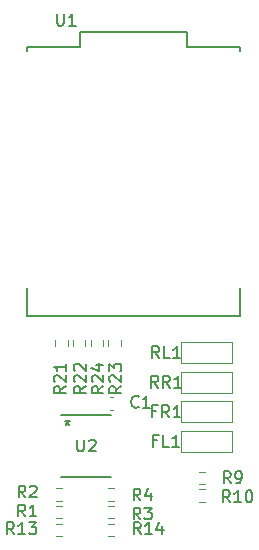
<source format=gbr>
%TF.GenerationSoftware,KiCad,Pcbnew,9.0.2*%
%TF.CreationDate,2025-06-04T19:43:54+07:00*%
%TF.ProjectId,Wheelspeed New,57686565-6c73-4706-9565-64204e65772e,rev?*%
%TF.SameCoordinates,Original*%
%TF.FileFunction,Legend,Top*%
%TF.FilePolarity,Positive*%
%FSLAX46Y46*%
G04 Gerber Fmt 4.6, Leading zero omitted, Abs format (unit mm)*
G04 Created by KiCad (PCBNEW 9.0.2) date 2025-06-04 19:43:54*
%MOMM*%
%LPD*%
G01*
G04 APERTURE LIST*
%ADD10C,0.150000*%
%ADD11C,0.127000*%
%ADD12C,0.152400*%
%ADD13C,0.120000*%
G04 APERTURE END LIST*
D10*
X108523095Y-102802319D02*
X108523095Y-103611842D01*
X108523095Y-103611842D02*
X108570714Y-103707080D01*
X108570714Y-103707080D02*
X108618333Y-103754700D01*
X108618333Y-103754700D02*
X108713571Y-103802319D01*
X108713571Y-103802319D02*
X108904047Y-103802319D01*
X108904047Y-103802319D02*
X108999285Y-103754700D01*
X108999285Y-103754700D02*
X109046904Y-103707080D01*
X109046904Y-103707080D02*
X109094523Y-103611842D01*
X109094523Y-103611842D02*
X109094523Y-102802319D01*
X110094523Y-103802319D02*
X109523095Y-103802319D01*
X109808809Y-103802319D02*
X109808809Y-102802319D01*
X109808809Y-102802319D02*
X109713571Y-102945176D01*
X109713571Y-102945176D02*
X109618333Y-103040414D01*
X109618333Y-103040414D02*
X109523095Y-103088033D01*
X110238095Y-138854819D02*
X110238095Y-139664342D01*
X110238095Y-139664342D02*
X110285714Y-139759580D01*
X110285714Y-139759580D02*
X110333333Y-139807200D01*
X110333333Y-139807200D02*
X110428571Y-139854819D01*
X110428571Y-139854819D02*
X110619047Y-139854819D01*
X110619047Y-139854819D02*
X110714285Y-139807200D01*
X110714285Y-139807200D02*
X110761904Y-139759580D01*
X110761904Y-139759580D02*
X110809523Y-139664342D01*
X110809523Y-139664342D02*
X110809523Y-138854819D01*
X111238095Y-138950057D02*
X111285714Y-138902438D01*
X111285714Y-138902438D02*
X111380952Y-138854819D01*
X111380952Y-138854819D02*
X111619047Y-138854819D01*
X111619047Y-138854819D02*
X111714285Y-138902438D01*
X111714285Y-138902438D02*
X111761904Y-138950057D01*
X111761904Y-138950057D02*
X111809523Y-139045295D01*
X111809523Y-139045295D02*
X111809523Y-139140533D01*
X111809523Y-139140533D02*
X111761904Y-139283390D01*
X111761904Y-139283390D02*
X111190476Y-139854819D01*
X111190476Y-139854819D02*
X111809523Y-139854819D01*
X109400000Y-137154819D02*
X109400000Y-137392914D01*
X109161905Y-137297676D02*
X109400000Y-137392914D01*
X109400000Y-137392914D02*
X109638095Y-137297676D01*
X109257143Y-137583390D02*
X109400000Y-137392914D01*
X109400000Y-137392914D02*
X109542857Y-137583390D01*
X109400000Y-137154819D02*
X109400000Y-137392914D01*
X109161905Y-137297676D02*
X109400000Y-137392914D01*
X109400000Y-137392914D02*
X109638095Y-137297676D01*
X109257143Y-137583390D02*
X109400000Y-137392914D01*
X109400000Y-137392914D02*
X109542857Y-137583390D01*
X109254819Y-134342857D02*
X108778628Y-134676190D01*
X109254819Y-134914285D02*
X108254819Y-134914285D01*
X108254819Y-134914285D02*
X108254819Y-134533333D01*
X108254819Y-134533333D02*
X108302438Y-134438095D01*
X108302438Y-134438095D02*
X108350057Y-134390476D01*
X108350057Y-134390476D02*
X108445295Y-134342857D01*
X108445295Y-134342857D02*
X108588152Y-134342857D01*
X108588152Y-134342857D02*
X108683390Y-134390476D01*
X108683390Y-134390476D02*
X108731009Y-134438095D01*
X108731009Y-134438095D02*
X108778628Y-134533333D01*
X108778628Y-134533333D02*
X108778628Y-134914285D01*
X108350057Y-133961904D02*
X108302438Y-133914285D01*
X108302438Y-133914285D02*
X108254819Y-133819047D01*
X108254819Y-133819047D02*
X108254819Y-133580952D01*
X108254819Y-133580952D02*
X108302438Y-133485714D01*
X108302438Y-133485714D02*
X108350057Y-133438095D01*
X108350057Y-133438095D02*
X108445295Y-133390476D01*
X108445295Y-133390476D02*
X108540533Y-133390476D01*
X108540533Y-133390476D02*
X108683390Y-133438095D01*
X108683390Y-133438095D02*
X109254819Y-134009523D01*
X109254819Y-134009523D02*
X109254819Y-133390476D01*
X109254819Y-132438095D02*
X109254819Y-133009523D01*
X109254819Y-132723809D02*
X108254819Y-132723809D01*
X108254819Y-132723809D02*
X108397676Y-132819047D01*
X108397676Y-132819047D02*
X108492914Y-132914285D01*
X108492914Y-132914285D02*
X108540533Y-133009523D01*
X112454819Y-134342857D02*
X111978628Y-134676190D01*
X112454819Y-134914285D02*
X111454819Y-134914285D01*
X111454819Y-134914285D02*
X111454819Y-134533333D01*
X111454819Y-134533333D02*
X111502438Y-134438095D01*
X111502438Y-134438095D02*
X111550057Y-134390476D01*
X111550057Y-134390476D02*
X111645295Y-134342857D01*
X111645295Y-134342857D02*
X111788152Y-134342857D01*
X111788152Y-134342857D02*
X111883390Y-134390476D01*
X111883390Y-134390476D02*
X111931009Y-134438095D01*
X111931009Y-134438095D02*
X111978628Y-134533333D01*
X111978628Y-134533333D02*
X111978628Y-134914285D01*
X111550057Y-133961904D02*
X111502438Y-133914285D01*
X111502438Y-133914285D02*
X111454819Y-133819047D01*
X111454819Y-133819047D02*
X111454819Y-133580952D01*
X111454819Y-133580952D02*
X111502438Y-133485714D01*
X111502438Y-133485714D02*
X111550057Y-133438095D01*
X111550057Y-133438095D02*
X111645295Y-133390476D01*
X111645295Y-133390476D02*
X111740533Y-133390476D01*
X111740533Y-133390476D02*
X111883390Y-133438095D01*
X111883390Y-133438095D02*
X112454819Y-134009523D01*
X112454819Y-134009523D02*
X112454819Y-133390476D01*
X111788152Y-132533333D02*
X112454819Y-132533333D01*
X111407200Y-132771428D02*
X112121485Y-133009523D01*
X112121485Y-133009523D02*
X112121485Y-132390476D01*
X115583333Y-144004819D02*
X115250000Y-143528628D01*
X115011905Y-144004819D02*
X115011905Y-143004819D01*
X115011905Y-143004819D02*
X115392857Y-143004819D01*
X115392857Y-143004819D02*
X115488095Y-143052438D01*
X115488095Y-143052438D02*
X115535714Y-143100057D01*
X115535714Y-143100057D02*
X115583333Y-143195295D01*
X115583333Y-143195295D02*
X115583333Y-143338152D01*
X115583333Y-143338152D02*
X115535714Y-143433390D01*
X115535714Y-143433390D02*
X115488095Y-143481009D01*
X115488095Y-143481009D02*
X115392857Y-143528628D01*
X115392857Y-143528628D02*
X115011905Y-143528628D01*
X116440476Y-143338152D02*
X116440476Y-144004819D01*
X116202381Y-142957200D02*
X115964286Y-143671485D01*
X115964286Y-143671485D02*
X116583333Y-143671485D01*
X123157142Y-144154819D02*
X122823809Y-143678628D01*
X122585714Y-144154819D02*
X122585714Y-143154819D01*
X122585714Y-143154819D02*
X122966666Y-143154819D01*
X122966666Y-143154819D02*
X123061904Y-143202438D01*
X123061904Y-143202438D02*
X123109523Y-143250057D01*
X123109523Y-143250057D02*
X123157142Y-143345295D01*
X123157142Y-143345295D02*
X123157142Y-143488152D01*
X123157142Y-143488152D02*
X123109523Y-143583390D01*
X123109523Y-143583390D02*
X123061904Y-143631009D01*
X123061904Y-143631009D02*
X122966666Y-143678628D01*
X122966666Y-143678628D02*
X122585714Y-143678628D01*
X124109523Y-144154819D02*
X123538095Y-144154819D01*
X123823809Y-144154819D02*
X123823809Y-143154819D01*
X123823809Y-143154819D02*
X123728571Y-143297676D01*
X123728571Y-143297676D02*
X123633333Y-143392914D01*
X123633333Y-143392914D02*
X123538095Y-143440533D01*
X124728571Y-143154819D02*
X124823809Y-143154819D01*
X124823809Y-143154819D02*
X124919047Y-143202438D01*
X124919047Y-143202438D02*
X124966666Y-143250057D01*
X124966666Y-143250057D02*
X125014285Y-143345295D01*
X125014285Y-143345295D02*
X125061904Y-143535771D01*
X125061904Y-143535771D02*
X125061904Y-143773866D01*
X125061904Y-143773866D02*
X125014285Y-143964342D01*
X125014285Y-143964342D02*
X124966666Y-144059580D01*
X124966666Y-144059580D02*
X124919047Y-144107200D01*
X124919047Y-144107200D02*
X124823809Y-144154819D01*
X124823809Y-144154819D02*
X124728571Y-144154819D01*
X124728571Y-144154819D02*
X124633333Y-144107200D01*
X124633333Y-144107200D02*
X124585714Y-144059580D01*
X124585714Y-144059580D02*
X124538095Y-143964342D01*
X124538095Y-143964342D02*
X124490476Y-143773866D01*
X124490476Y-143773866D02*
X124490476Y-143535771D01*
X124490476Y-143535771D02*
X124538095Y-143345295D01*
X124538095Y-143345295D02*
X124585714Y-143250057D01*
X124585714Y-143250057D02*
X124633333Y-143202438D01*
X124633333Y-143202438D02*
X124728571Y-143154819D01*
X104867142Y-146864819D02*
X104533809Y-146388628D01*
X104295714Y-146864819D02*
X104295714Y-145864819D01*
X104295714Y-145864819D02*
X104676666Y-145864819D01*
X104676666Y-145864819D02*
X104771904Y-145912438D01*
X104771904Y-145912438D02*
X104819523Y-145960057D01*
X104819523Y-145960057D02*
X104867142Y-146055295D01*
X104867142Y-146055295D02*
X104867142Y-146198152D01*
X104867142Y-146198152D02*
X104819523Y-146293390D01*
X104819523Y-146293390D02*
X104771904Y-146341009D01*
X104771904Y-146341009D02*
X104676666Y-146388628D01*
X104676666Y-146388628D02*
X104295714Y-146388628D01*
X105819523Y-146864819D02*
X105248095Y-146864819D01*
X105533809Y-146864819D02*
X105533809Y-145864819D01*
X105533809Y-145864819D02*
X105438571Y-146007676D01*
X105438571Y-146007676D02*
X105343333Y-146102914D01*
X105343333Y-146102914D02*
X105248095Y-146150533D01*
X106152857Y-145864819D02*
X106771904Y-145864819D01*
X106771904Y-145864819D02*
X106438571Y-146245771D01*
X106438571Y-146245771D02*
X106581428Y-146245771D01*
X106581428Y-146245771D02*
X106676666Y-146293390D01*
X106676666Y-146293390D02*
X106724285Y-146341009D01*
X106724285Y-146341009D02*
X106771904Y-146436247D01*
X106771904Y-146436247D02*
X106771904Y-146674342D01*
X106771904Y-146674342D02*
X106724285Y-146769580D01*
X106724285Y-146769580D02*
X106676666Y-146817200D01*
X106676666Y-146817200D02*
X106581428Y-146864819D01*
X106581428Y-146864819D02*
X106295714Y-146864819D01*
X106295714Y-146864819D02*
X106200476Y-146817200D01*
X106200476Y-146817200D02*
X106152857Y-146769580D01*
X105843333Y-143754819D02*
X105510000Y-143278628D01*
X105271905Y-143754819D02*
X105271905Y-142754819D01*
X105271905Y-142754819D02*
X105652857Y-142754819D01*
X105652857Y-142754819D02*
X105748095Y-142802438D01*
X105748095Y-142802438D02*
X105795714Y-142850057D01*
X105795714Y-142850057D02*
X105843333Y-142945295D01*
X105843333Y-142945295D02*
X105843333Y-143088152D01*
X105843333Y-143088152D02*
X105795714Y-143183390D01*
X105795714Y-143183390D02*
X105748095Y-143231009D01*
X105748095Y-143231009D02*
X105652857Y-143278628D01*
X105652857Y-143278628D02*
X105271905Y-143278628D01*
X106224286Y-142850057D02*
X106271905Y-142802438D01*
X106271905Y-142802438D02*
X106367143Y-142754819D01*
X106367143Y-142754819D02*
X106605238Y-142754819D01*
X106605238Y-142754819D02*
X106700476Y-142802438D01*
X106700476Y-142802438D02*
X106748095Y-142850057D01*
X106748095Y-142850057D02*
X106795714Y-142945295D01*
X106795714Y-142945295D02*
X106795714Y-143040533D01*
X106795714Y-143040533D02*
X106748095Y-143183390D01*
X106748095Y-143183390D02*
X106176667Y-143754819D01*
X106176667Y-143754819D02*
X106795714Y-143754819D01*
X115433333Y-136059580D02*
X115385714Y-136107200D01*
X115385714Y-136107200D02*
X115242857Y-136154819D01*
X115242857Y-136154819D02*
X115147619Y-136154819D01*
X115147619Y-136154819D02*
X115004762Y-136107200D01*
X115004762Y-136107200D02*
X114909524Y-136011961D01*
X114909524Y-136011961D02*
X114861905Y-135916723D01*
X114861905Y-135916723D02*
X114814286Y-135726247D01*
X114814286Y-135726247D02*
X114814286Y-135583390D01*
X114814286Y-135583390D02*
X114861905Y-135392914D01*
X114861905Y-135392914D02*
X114909524Y-135297676D01*
X114909524Y-135297676D02*
X115004762Y-135202438D01*
X115004762Y-135202438D02*
X115147619Y-135154819D01*
X115147619Y-135154819D02*
X115242857Y-135154819D01*
X115242857Y-135154819D02*
X115385714Y-135202438D01*
X115385714Y-135202438D02*
X115433333Y-135250057D01*
X116385714Y-136154819D02*
X115814286Y-136154819D01*
X116100000Y-136154819D02*
X116100000Y-135154819D01*
X116100000Y-135154819D02*
X116004762Y-135297676D01*
X116004762Y-135297676D02*
X115909524Y-135392914D01*
X115909524Y-135392914D02*
X115814286Y-135440533D01*
X105833333Y-145354819D02*
X105500000Y-144878628D01*
X105261905Y-145354819D02*
X105261905Y-144354819D01*
X105261905Y-144354819D02*
X105642857Y-144354819D01*
X105642857Y-144354819D02*
X105738095Y-144402438D01*
X105738095Y-144402438D02*
X105785714Y-144450057D01*
X105785714Y-144450057D02*
X105833333Y-144545295D01*
X105833333Y-144545295D02*
X105833333Y-144688152D01*
X105833333Y-144688152D02*
X105785714Y-144783390D01*
X105785714Y-144783390D02*
X105738095Y-144831009D01*
X105738095Y-144831009D02*
X105642857Y-144878628D01*
X105642857Y-144878628D02*
X105261905Y-144878628D01*
X106785714Y-145354819D02*
X106214286Y-145354819D01*
X106500000Y-145354819D02*
X106500000Y-144354819D01*
X106500000Y-144354819D02*
X106404762Y-144497676D01*
X106404762Y-144497676D02*
X106309524Y-144592914D01*
X106309524Y-144592914D02*
X106214286Y-144640533D01*
X123233333Y-142554819D02*
X122900000Y-142078628D01*
X122661905Y-142554819D02*
X122661905Y-141554819D01*
X122661905Y-141554819D02*
X123042857Y-141554819D01*
X123042857Y-141554819D02*
X123138095Y-141602438D01*
X123138095Y-141602438D02*
X123185714Y-141650057D01*
X123185714Y-141650057D02*
X123233333Y-141745295D01*
X123233333Y-141745295D02*
X123233333Y-141888152D01*
X123233333Y-141888152D02*
X123185714Y-141983390D01*
X123185714Y-141983390D02*
X123138095Y-142031009D01*
X123138095Y-142031009D02*
X123042857Y-142078628D01*
X123042857Y-142078628D02*
X122661905Y-142078628D01*
X123709524Y-142554819D02*
X123900000Y-142554819D01*
X123900000Y-142554819D02*
X123995238Y-142507200D01*
X123995238Y-142507200D02*
X124042857Y-142459580D01*
X124042857Y-142459580D02*
X124138095Y-142316723D01*
X124138095Y-142316723D02*
X124185714Y-142126247D01*
X124185714Y-142126247D02*
X124185714Y-141745295D01*
X124185714Y-141745295D02*
X124138095Y-141650057D01*
X124138095Y-141650057D02*
X124090476Y-141602438D01*
X124090476Y-141602438D02*
X123995238Y-141554819D01*
X123995238Y-141554819D02*
X123804762Y-141554819D01*
X123804762Y-141554819D02*
X123709524Y-141602438D01*
X123709524Y-141602438D02*
X123661905Y-141650057D01*
X123661905Y-141650057D02*
X123614286Y-141745295D01*
X123614286Y-141745295D02*
X123614286Y-141983390D01*
X123614286Y-141983390D02*
X123661905Y-142078628D01*
X123661905Y-142078628D02*
X123709524Y-142126247D01*
X123709524Y-142126247D02*
X123804762Y-142173866D01*
X123804762Y-142173866D02*
X123995238Y-142173866D01*
X123995238Y-142173866D02*
X124090476Y-142126247D01*
X124090476Y-142126247D02*
X124138095Y-142078628D01*
X124138095Y-142078628D02*
X124185714Y-141983390D01*
X115583333Y-145604819D02*
X115250000Y-145128628D01*
X115011905Y-145604819D02*
X115011905Y-144604819D01*
X115011905Y-144604819D02*
X115392857Y-144604819D01*
X115392857Y-144604819D02*
X115488095Y-144652438D01*
X115488095Y-144652438D02*
X115535714Y-144700057D01*
X115535714Y-144700057D02*
X115583333Y-144795295D01*
X115583333Y-144795295D02*
X115583333Y-144938152D01*
X115583333Y-144938152D02*
X115535714Y-145033390D01*
X115535714Y-145033390D02*
X115488095Y-145081009D01*
X115488095Y-145081009D02*
X115392857Y-145128628D01*
X115392857Y-145128628D02*
X115011905Y-145128628D01*
X115916667Y-144604819D02*
X116535714Y-144604819D01*
X116535714Y-144604819D02*
X116202381Y-144985771D01*
X116202381Y-144985771D02*
X116345238Y-144985771D01*
X116345238Y-144985771D02*
X116440476Y-145033390D01*
X116440476Y-145033390D02*
X116488095Y-145081009D01*
X116488095Y-145081009D02*
X116535714Y-145176247D01*
X116535714Y-145176247D02*
X116535714Y-145414342D01*
X116535714Y-145414342D02*
X116488095Y-145509580D01*
X116488095Y-145509580D02*
X116440476Y-145557200D01*
X116440476Y-145557200D02*
X116345238Y-145604819D01*
X116345238Y-145604819D02*
X116059524Y-145604819D01*
X116059524Y-145604819D02*
X115964286Y-145557200D01*
X115964286Y-145557200D02*
X115916667Y-145509580D01*
X110954819Y-134342857D02*
X110478628Y-134676190D01*
X110954819Y-134914285D02*
X109954819Y-134914285D01*
X109954819Y-134914285D02*
X109954819Y-134533333D01*
X109954819Y-134533333D02*
X110002438Y-134438095D01*
X110002438Y-134438095D02*
X110050057Y-134390476D01*
X110050057Y-134390476D02*
X110145295Y-134342857D01*
X110145295Y-134342857D02*
X110288152Y-134342857D01*
X110288152Y-134342857D02*
X110383390Y-134390476D01*
X110383390Y-134390476D02*
X110431009Y-134438095D01*
X110431009Y-134438095D02*
X110478628Y-134533333D01*
X110478628Y-134533333D02*
X110478628Y-134914285D01*
X110050057Y-133961904D02*
X110002438Y-133914285D01*
X110002438Y-133914285D02*
X109954819Y-133819047D01*
X109954819Y-133819047D02*
X109954819Y-133580952D01*
X109954819Y-133580952D02*
X110002438Y-133485714D01*
X110002438Y-133485714D02*
X110050057Y-133438095D01*
X110050057Y-133438095D02*
X110145295Y-133390476D01*
X110145295Y-133390476D02*
X110240533Y-133390476D01*
X110240533Y-133390476D02*
X110383390Y-133438095D01*
X110383390Y-133438095D02*
X110954819Y-134009523D01*
X110954819Y-134009523D02*
X110954819Y-133390476D01*
X110050057Y-133009523D02*
X110002438Y-132961904D01*
X110002438Y-132961904D02*
X109954819Y-132866666D01*
X109954819Y-132866666D02*
X109954819Y-132628571D01*
X109954819Y-132628571D02*
X110002438Y-132533333D01*
X110002438Y-132533333D02*
X110050057Y-132485714D01*
X110050057Y-132485714D02*
X110145295Y-132438095D01*
X110145295Y-132438095D02*
X110240533Y-132438095D01*
X110240533Y-132438095D02*
X110383390Y-132485714D01*
X110383390Y-132485714D02*
X110954819Y-133057142D01*
X110954819Y-133057142D02*
X110954819Y-132438095D01*
X113954819Y-134342857D02*
X113478628Y-134676190D01*
X113954819Y-134914285D02*
X112954819Y-134914285D01*
X112954819Y-134914285D02*
X112954819Y-134533333D01*
X112954819Y-134533333D02*
X113002438Y-134438095D01*
X113002438Y-134438095D02*
X113050057Y-134390476D01*
X113050057Y-134390476D02*
X113145295Y-134342857D01*
X113145295Y-134342857D02*
X113288152Y-134342857D01*
X113288152Y-134342857D02*
X113383390Y-134390476D01*
X113383390Y-134390476D02*
X113431009Y-134438095D01*
X113431009Y-134438095D02*
X113478628Y-134533333D01*
X113478628Y-134533333D02*
X113478628Y-134914285D01*
X113050057Y-133961904D02*
X113002438Y-133914285D01*
X113002438Y-133914285D02*
X112954819Y-133819047D01*
X112954819Y-133819047D02*
X112954819Y-133580952D01*
X112954819Y-133580952D02*
X113002438Y-133485714D01*
X113002438Y-133485714D02*
X113050057Y-133438095D01*
X113050057Y-133438095D02*
X113145295Y-133390476D01*
X113145295Y-133390476D02*
X113240533Y-133390476D01*
X113240533Y-133390476D02*
X113383390Y-133438095D01*
X113383390Y-133438095D02*
X113954819Y-134009523D01*
X113954819Y-134009523D02*
X113954819Y-133390476D01*
X112954819Y-133057142D02*
X112954819Y-132438095D01*
X112954819Y-132438095D02*
X113335771Y-132771428D01*
X113335771Y-132771428D02*
X113335771Y-132628571D01*
X113335771Y-132628571D02*
X113383390Y-132533333D01*
X113383390Y-132533333D02*
X113431009Y-132485714D01*
X113431009Y-132485714D02*
X113526247Y-132438095D01*
X113526247Y-132438095D02*
X113764342Y-132438095D01*
X113764342Y-132438095D02*
X113859580Y-132485714D01*
X113859580Y-132485714D02*
X113907200Y-132533333D01*
X113907200Y-132533333D02*
X113954819Y-132628571D01*
X113954819Y-132628571D02*
X113954819Y-132914285D01*
X113954819Y-132914285D02*
X113907200Y-133009523D01*
X113907200Y-133009523D02*
X113859580Y-133057142D01*
X115607142Y-146854819D02*
X115273809Y-146378628D01*
X115035714Y-146854819D02*
X115035714Y-145854819D01*
X115035714Y-145854819D02*
X115416666Y-145854819D01*
X115416666Y-145854819D02*
X115511904Y-145902438D01*
X115511904Y-145902438D02*
X115559523Y-145950057D01*
X115559523Y-145950057D02*
X115607142Y-146045295D01*
X115607142Y-146045295D02*
X115607142Y-146188152D01*
X115607142Y-146188152D02*
X115559523Y-146283390D01*
X115559523Y-146283390D02*
X115511904Y-146331009D01*
X115511904Y-146331009D02*
X115416666Y-146378628D01*
X115416666Y-146378628D02*
X115035714Y-146378628D01*
X116559523Y-146854819D02*
X115988095Y-146854819D01*
X116273809Y-146854819D02*
X116273809Y-145854819D01*
X116273809Y-145854819D02*
X116178571Y-145997676D01*
X116178571Y-145997676D02*
X116083333Y-146092914D01*
X116083333Y-146092914D02*
X115988095Y-146140533D01*
X117416666Y-146188152D02*
X117416666Y-146854819D01*
X117178571Y-145807200D02*
X116940476Y-146521485D01*
X116940476Y-146521485D02*
X117559523Y-146521485D01*
X116916666Y-136431009D02*
X116583333Y-136431009D01*
X116583333Y-136954819D02*
X116583333Y-135954819D01*
X116583333Y-135954819D02*
X117059523Y-135954819D01*
X118011904Y-136954819D02*
X117678571Y-136478628D01*
X117440476Y-136954819D02*
X117440476Y-135954819D01*
X117440476Y-135954819D02*
X117821428Y-135954819D01*
X117821428Y-135954819D02*
X117916666Y-136002438D01*
X117916666Y-136002438D02*
X117964285Y-136050057D01*
X117964285Y-136050057D02*
X118011904Y-136145295D01*
X118011904Y-136145295D02*
X118011904Y-136288152D01*
X118011904Y-136288152D02*
X117964285Y-136383390D01*
X117964285Y-136383390D02*
X117916666Y-136431009D01*
X117916666Y-136431009D02*
X117821428Y-136478628D01*
X117821428Y-136478628D02*
X117440476Y-136478628D01*
X118964285Y-136954819D02*
X118392857Y-136954819D01*
X118678571Y-136954819D02*
X118678571Y-135954819D01*
X118678571Y-135954819D02*
X118583333Y-136097676D01*
X118583333Y-136097676D02*
X118488095Y-136192914D01*
X118488095Y-136192914D02*
X118392857Y-136240533D01*
X117178571Y-131954819D02*
X116845238Y-131478628D01*
X116607143Y-131954819D02*
X116607143Y-130954819D01*
X116607143Y-130954819D02*
X116988095Y-130954819D01*
X116988095Y-130954819D02*
X117083333Y-131002438D01*
X117083333Y-131002438D02*
X117130952Y-131050057D01*
X117130952Y-131050057D02*
X117178571Y-131145295D01*
X117178571Y-131145295D02*
X117178571Y-131288152D01*
X117178571Y-131288152D02*
X117130952Y-131383390D01*
X117130952Y-131383390D02*
X117083333Y-131431009D01*
X117083333Y-131431009D02*
X116988095Y-131478628D01*
X116988095Y-131478628D02*
X116607143Y-131478628D01*
X118083333Y-131954819D02*
X117607143Y-131954819D01*
X117607143Y-131954819D02*
X117607143Y-130954819D01*
X118940476Y-131954819D02*
X118369048Y-131954819D01*
X118654762Y-131954819D02*
X118654762Y-130954819D01*
X118654762Y-130954819D02*
X118559524Y-131097676D01*
X118559524Y-131097676D02*
X118464286Y-131192914D01*
X118464286Y-131192914D02*
X118369048Y-131240533D01*
X117083333Y-134454819D02*
X116750000Y-133978628D01*
X116511905Y-134454819D02*
X116511905Y-133454819D01*
X116511905Y-133454819D02*
X116892857Y-133454819D01*
X116892857Y-133454819D02*
X116988095Y-133502438D01*
X116988095Y-133502438D02*
X117035714Y-133550057D01*
X117035714Y-133550057D02*
X117083333Y-133645295D01*
X117083333Y-133645295D02*
X117083333Y-133788152D01*
X117083333Y-133788152D02*
X117035714Y-133883390D01*
X117035714Y-133883390D02*
X116988095Y-133931009D01*
X116988095Y-133931009D02*
X116892857Y-133978628D01*
X116892857Y-133978628D02*
X116511905Y-133978628D01*
X118083333Y-134454819D02*
X117750000Y-133978628D01*
X117511905Y-134454819D02*
X117511905Y-133454819D01*
X117511905Y-133454819D02*
X117892857Y-133454819D01*
X117892857Y-133454819D02*
X117988095Y-133502438D01*
X117988095Y-133502438D02*
X118035714Y-133550057D01*
X118035714Y-133550057D02*
X118083333Y-133645295D01*
X118083333Y-133645295D02*
X118083333Y-133788152D01*
X118083333Y-133788152D02*
X118035714Y-133883390D01*
X118035714Y-133883390D02*
X117988095Y-133931009D01*
X117988095Y-133931009D02*
X117892857Y-133978628D01*
X117892857Y-133978628D02*
X117511905Y-133978628D01*
X119035714Y-134454819D02*
X118464286Y-134454819D01*
X118750000Y-134454819D02*
X118750000Y-133454819D01*
X118750000Y-133454819D02*
X118654762Y-133597676D01*
X118654762Y-133597676D02*
X118559524Y-133692914D01*
X118559524Y-133692914D02*
X118464286Y-133740533D01*
X117011904Y-138931009D02*
X116678571Y-138931009D01*
X116678571Y-139454819D02*
X116678571Y-138454819D01*
X116678571Y-138454819D02*
X117154761Y-138454819D01*
X118011904Y-139454819D02*
X117535714Y-139454819D01*
X117535714Y-139454819D02*
X117535714Y-138454819D01*
X118869047Y-139454819D02*
X118297619Y-139454819D01*
X118583333Y-139454819D02*
X118583333Y-138454819D01*
X118583333Y-138454819D02*
X118488095Y-138597676D01*
X118488095Y-138597676D02*
X118392857Y-138692914D01*
X118392857Y-138692914D02*
X118297619Y-138740533D01*
D11*
%TO.C,U1*%
X124000000Y-128350000D02*
X124000000Y-126000000D01*
X124000000Y-128350000D02*
X106000000Y-128350000D01*
X124000000Y-105950000D02*
X124000000Y-105650000D01*
X124000000Y-105650000D02*
X119500000Y-105650000D01*
X119500000Y-104350000D02*
X119500000Y-105650000D01*
X119500000Y-104350000D02*
X110500000Y-104350000D01*
X110500000Y-105650000D02*
X106000000Y-105650000D01*
X110500000Y-104350000D02*
X110500000Y-105650000D01*
X106000000Y-128350000D02*
X106000000Y-126000000D01*
X106000000Y-105950000D02*
X106000000Y-105650000D01*
D12*
%TO.C,U2*%
X108879100Y-142028900D02*
X113120900Y-142028900D01*
X113120900Y-136771100D02*
X108879100Y-136771100D01*
D13*
%TO.C,R21*%
X108377500Y-130432776D02*
X108377500Y-130942224D01*
X109422500Y-130432776D02*
X109422500Y-130942224D01*
%TO.C,R24*%
X111377500Y-130942224D02*
X111377500Y-130432776D01*
X112422500Y-130942224D02*
X112422500Y-130432776D01*
%TO.C,R4*%
X113354724Y-142977500D02*
X112845276Y-142977500D01*
X113354724Y-144022500D02*
X112845276Y-144022500D01*
%TO.C,R10*%
X121042224Y-143077500D02*
X120532776Y-143077500D01*
X121042224Y-144122500D02*
X120532776Y-144122500D01*
%TO.C,R13*%
X108952224Y-145987500D02*
X108442776Y-145987500D01*
X108952224Y-147032500D02*
X108442776Y-147032500D01*
%TO.C,R2*%
X108442776Y-142977500D02*
X108952224Y-142977500D01*
X108442776Y-144022500D02*
X108952224Y-144022500D01*
%TO.C,C1*%
X113283767Y-135290000D02*
X112991233Y-135290000D01*
X113283767Y-136310000D02*
X112991233Y-136310000D01*
%TO.C,R1*%
X108954724Y-144477500D02*
X108445276Y-144477500D01*
X108954724Y-145522500D02*
X108445276Y-145522500D01*
%TO.C,R9*%
X121042224Y-141577500D02*
X120532776Y-141577500D01*
X121042224Y-142622500D02*
X120532776Y-142622500D01*
%TO.C,R3*%
X112845276Y-144477500D02*
X113354724Y-144477500D01*
X112845276Y-145522500D02*
X113354724Y-145522500D01*
%TO.C,R22*%
X109877500Y-130942224D02*
X109877500Y-130432776D01*
X110922500Y-130942224D02*
X110922500Y-130432776D01*
%TO.C,R23*%
X112877500Y-130432776D02*
X112877500Y-130942224D01*
X113922500Y-130432776D02*
X113922500Y-130942224D01*
%TO.C,R14*%
X112845276Y-145977500D02*
X113354724Y-145977500D01*
X112845276Y-147022500D02*
X113354724Y-147022500D01*
%TO.C,FR1*%
X119060000Y-135600000D02*
X119060000Y-137400000D01*
X119060000Y-135600000D02*
X123360000Y-135600000D01*
X123360000Y-137400000D02*
X119060000Y-137400000D01*
X123360000Y-137400000D02*
X123360000Y-135600000D01*
%TO.C,RL1*%
X119060000Y-130600000D02*
X119060000Y-132400000D01*
X119060000Y-130600000D02*
X123360000Y-130600000D01*
X123360000Y-132400000D02*
X119060000Y-132400000D01*
X123360000Y-132400000D02*
X123360000Y-130600000D01*
%TO.C,RR1*%
X119060000Y-133100000D02*
X119060000Y-134900000D01*
X119060000Y-133100000D02*
X123360000Y-133100000D01*
X123360000Y-134900000D02*
X119060000Y-134900000D01*
X123360000Y-134900000D02*
X123360000Y-133100000D01*
%TO.C,FL1*%
X119060000Y-138100000D02*
X119060000Y-139900000D01*
X119060000Y-138100000D02*
X123360000Y-138100000D01*
X123360000Y-139900000D02*
X119060000Y-139900000D01*
X123360000Y-139900000D02*
X123360000Y-138100000D01*
%TD*%
M02*

</source>
